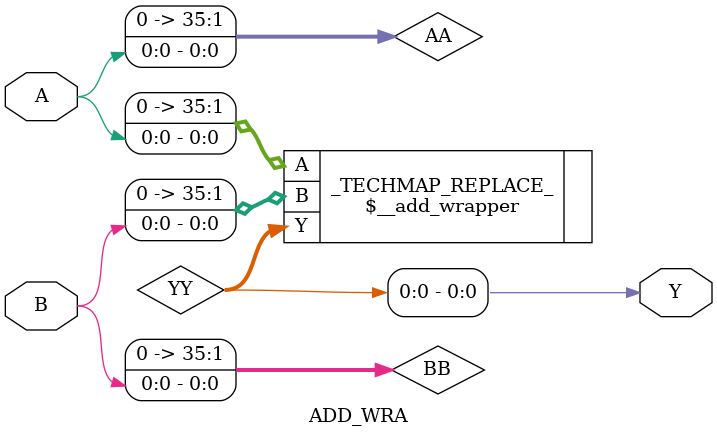
<source format=v>
(* techmap_celltype =  "$__MULT9X9"*)
module $__MULT9X9_wrap(A, B, Y);
parameter A_SIGNED = 0;
parameter B_SIGNED = 0;
parameter A_WIDTH = 1;
parameter B_WIDTH = 1;
parameter Y_WIDTH = 1;
input [A_WIDTH-1:0] A;
input [B_WIDTH-1:0] B;
output [Y_WIDTH-1:0] Y;
wire [8:0] AA=A;
wire [8:0] BB=B;
wire [35:0] YY;
assign Y=YY;
wire    [1023:0]    _TECHMAP_DO_    =    "proc;    clean";
reg    _TECHMAP_FAIL_;
initial    begin
_TECHMAP_FAIL_    <=    0;
if (A_WIDTH>9&&B_WIDTH>9)
 _TECHMAP_FAIL_<= 1;
end
\$__MULT9X9_wrapper #(
   .A_SIGNED(A_SIGNED),
   .B_SIGNED(B_SIGNED),
   .A_WIDTH(A_WIDTH),
   .B_WIDTH(B_WIDTH),
   .Y_WIDTH(Y_WIDTH)

) _TECHMAP_REPLACE_ (
    .A(AA),
    .B(BB),
    .Y(YY)
);
endmodule
(* techmap_celltype =  "$add"*)
module ADD_WRA(A, B, Y);
parameter A_SIGNED = 0;
parameter B_SIGNED = 0;
parameter A_WIDTH = 1;
parameter B_WIDTH = 1;
parameter Y_WIDTH = 1;
input [A_WIDTH-1:0] A;
input [B_WIDTH-1:0] B;
output [Y_WIDTH-1:0] Y;
wire [35:0] AA=A;
wire [35:0] BB=B;
wire [35:0] YY;
assign Y=YY;
wire    [1023:0]    _TECHMAP_DO_    =    "proc;    clean";
reg    _TECHMAP_FAIL_;
initial    begin
_TECHMAP_FAIL_    <=    0;
if (Y_WIDTH>45)
 _TECHMAP_FAIL_<= 1;
end
\$__add_wrapper #(
   .A_SIGNED(A_SIGNED),
   .B_SIGNED(B_SIGNED),
   .A_WIDTH(A_WIDTH),
   .B_WIDTH(B_WIDTH),
   .Y_WIDTH(Y_WIDTH)

) _TECHMAP_REPLACE_ (
    .A(AA),
    .B(BB),
    .Y(YY)
);
endmodule

</source>
